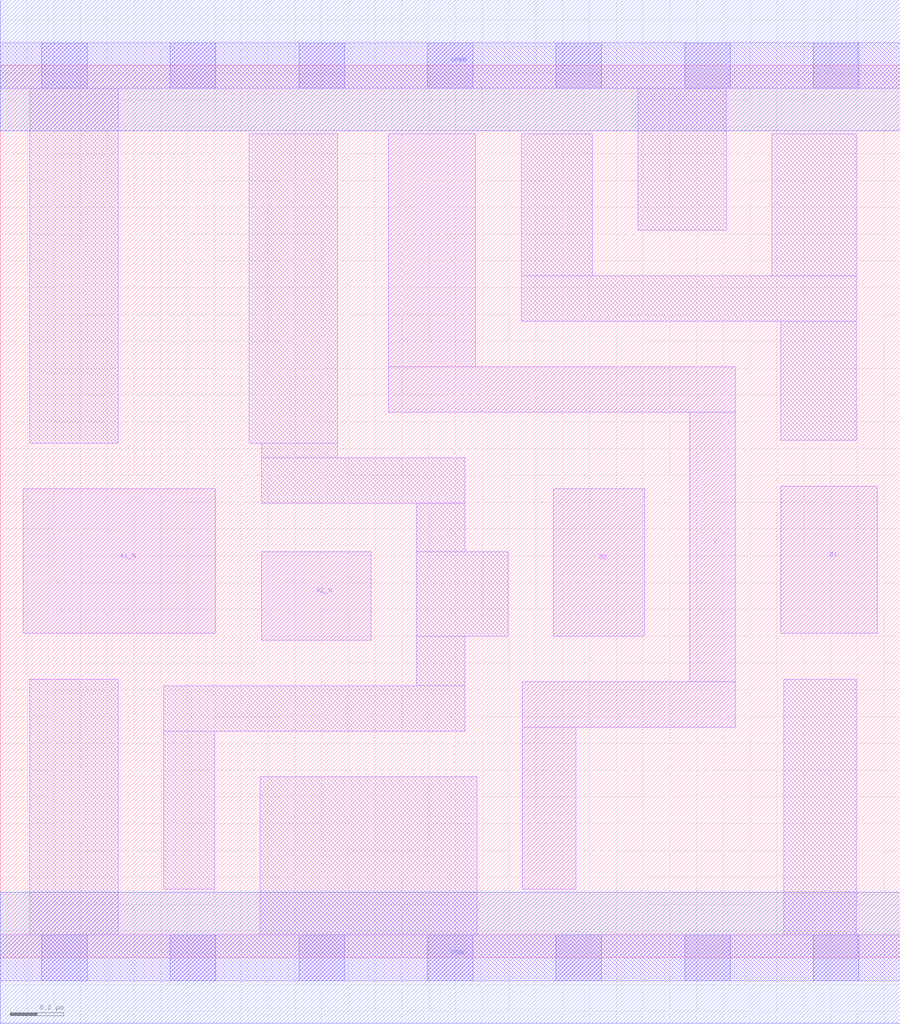
<source format=lef>
# Copyright 2020 The SkyWater PDK Authors
#
# Licensed under the Apache License, Version 2.0 (the "License");
# you may not use this file except in compliance with the License.
# You may obtain a copy of the License at
#
#     https://www.apache.org/licenses/LICENSE-2.0
#
# Unless required by applicable law or agreed to in writing, software
# distributed under the License is distributed on an "AS IS" BASIS,
# WITHOUT WARRANTIES OR CONDITIONS OF ANY KIND, either express or implied.
# See the License for the specific language governing permissions and
# limitations under the License.
#
# SPDX-License-Identifier: Apache-2.0

VERSION 5.7 ;
  NAMESCASESENSITIVE ON ;
  NOWIREEXTENSIONATPIN ON ;
  DIVIDERCHAR "/" ;
  BUSBITCHARS "[]" ;
UNITS
  DATABASE MICRONS 200 ;
END UNITS
MACRO sky130_fd_sc_lp__a2bb2oi_1
  CLASS CORE ;
  SOURCE USER ;
  FOREIGN sky130_fd_sc_lp__a2bb2oi_1 ;
  ORIGIN  0.000000  0.000000 ;
  SIZE  3.360000 BY  3.330000 ;
  SYMMETRY X Y R90 ;
  SITE unit ;
  PIN A1_N
    ANTENNAGATEAREA  0.315000 ;
    DIRECTION INPUT ;
    USE SIGNAL ;
    PORT
      LAYER li1 ;
        RECT 0.085000 1.210000 0.805000 1.750000 ;
    END
  END A1_N
  PIN A2_N
    ANTENNAGATEAREA  0.315000 ;
    DIRECTION INPUT ;
    USE SIGNAL ;
    PORT
      LAYER li1 ;
        RECT 0.975000 1.185000 1.385000 1.515000 ;
    END
  END A2_N
  PIN B1
    ANTENNAGATEAREA  0.315000 ;
    DIRECTION INPUT ;
    USE SIGNAL ;
    PORT
      LAYER li1 ;
        RECT 2.915000 1.210000 3.275000 1.760000 ;
    END
  END B1
  PIN B2
    ANTENNAGATEAREA  0.315000 ;
    DIRECTION INPUT ;
    USE SIGNAL ;
    PORT
      LAYER li1 ;
        RECT 2.065000 1.200000 2.405000 1.750000 ;
    END
  END B2
  PIN Y
    ANTENNADIFFAREA  0.569100 ;
    DIRECTION OUTPUT ;
    USE SIGNAL ;
    PORT
      LAYER li1 ;
        RECT 1.450000 2.035000 2.745000 2.205000 ;
        RECT 1.450000 2.205000 1.775000 3.075000 ;
        RECT 1.950000 0.255000 2.150000 0.860000 ;
        RECT 1.950000 0.860000 2.745000 1.030000 ;
        RECT 2.575000 1.030000 2.745000 2.035000 ;
    END
  END Y
  PIN VGND
    DIRECTION INOUT ;
    USE GROUND ;
    PORT
      LAYER met1 ;
        RECT 0.000000 -0.245000 3.360000 0.245000 ;
    END
  END VGND
  PIN VPWR
    DIRECTION INOUT ;
    USE POWER ;
    PORT
      LAYER met1 ;
        RECT 0.000000 3.085000 3.360000 3.575000 ;
    END
  END VPWR
  OBS
    LAYER li1 ;
      RECT 0.000000 -0.085000 3.360000 0.085000 ;
      RECT 0.000000  3.245000 3.360000 3.415000 ;
      RECT 0.110000  0.085000 0.440000 1.040000 ;
      RECT 0.110000  1.920000 0.440000 3.245000 ;
      RECT 0.610000  0.255000 0.800000 0.845000 ;
      RECT 0.610000  0.845000 1.735000 1.015000 ;
      RECT 0.930000  1.920000 1.260000 3.075000 ;
      RECT 0.970000  0.085000 1.780000 0.675000 ;
      RECT 0.975000  1.695000 1.735000 1.865000 ;
      RECT 0.975000  1.865000 1.260000 1.920000 ;
      RECT 1.555000  1.015000 1.735000 1.200000 ;
      RECT 1.555000  1.200000 1.895000 1.515000 ;
      RECT 1.555000  1.515000 1.735000 1.695000 ;
      RECT 1.945000  2.375000 3.195000 2.545000 ;
      RECT 1.945000  2.545000 2.210000 3.075000 ;
      RECT 2.380000  2.715000 2.710000 3.245000 ;
      RECT 2.880000  2.545000 3.195000 3.075000 ;
      RECT 2.915000  1.930000 3.195000 2.375000 ;
      RECT 2.925000  0.085000 3.195000 1.040000 ;
    LAYER mcon ;
      RECT 0.155000 -0.085000 0.325000 0.085000 ;
      RECT 0.155000  3.245000 0.325000 3.415000 ;
      RECT 0.635000 -0.085000 0.805000 0.085000 ;
      RECT 0.635000  3.245000 0.805000 3.415000 ;
      RECT 1.115000 -0.085000 1.285000 0.085000 ;
      RECT 1.115000  3.245000 1.285000 3.415000 ;
      RECT 1.595000 -0.085000 1.765000 0.085000 ;
      RECT 1.595000  3.245000 1.765000 3.415000 ;
      RECT 2.075000 -0.085000 2.245000 0.085000 ;
      RECT 2.075000  3.245000 2.245000 3.415000 ;
      RECT 2.555000 -0.085000 2.725000 0.085000 ;
      RECT 2.555000  3.245000 2.725000 3.415000 ;
      RECT 3.035000 -0.085000 3.205000 0.085000 ;
      RECT 3.035000  3.245000 3.205000 3.415000 ;
  END
END sky130_fd_sc_lp__a2bb2oi_1
END LIBRARY

</source>
